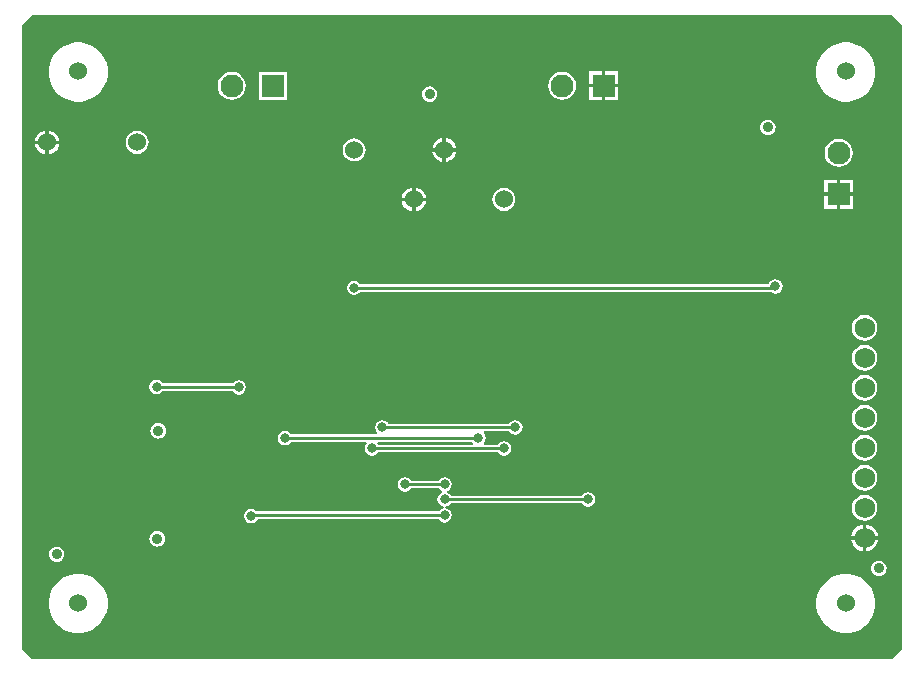
<source format=gbl>
G04*
G04 #@! TF.GenerationSoftware,Altium Limited,Altium Designer,19.1.5 (86)*
G04*
G04 Layer_Physical_Order=2*
G04 Layer_Color=16711680*
%FSLAX25Y25*%
%MOIN*%
G70*
G01*
G75*
%ADD12C,0.01000*%
%ADD40C,0.06000*%
%ADD41C,0.07677*%
%ADD42R,0.07677X0.07677*%
%ADD43R,0.07677X0.07677*%
%ADD44C,0.06890*%
%ADD45C,0.03543*%
%ADD46C,0.03150*%
G36*
X648587Y503515D02*
Y295698D01*
X645247Y292358D01*
X358690D01*
X355350Y295698D01*
Y503515D01*
X358690Y506854D01*
X645247D01*
X648587Y503515D01*
D02*
G37*
%LPC*%
G36*
X554051Y488303D02*
X549813D01*
Y484064D01*
X554051D01*
Y488303D01*
D02*
G37*
G36*
X548613D02*
X544374D01*
Y484064D01*
X548613D01*
Y488303D01*
D02*
G37*
G36*
X443615Y488103D02*
X434338D01*
Y478826D01*
X443615D01*
Y488103D01*
D02*
G37*
G36*
X535433Y488143D02*
X534222Y487984D01*
X533094Y487516D01*
X532125Y486773D01*
X531381Y485804D01*
X530914Y484676D01*
X530755Y483465D01*
X530914Y482254D01*
X531381Y481125D01*
X532125Y480156D01*
X533094Y479413D01*
X534222Y478945D01*
X535433Y478786D01*
X536644Y478945D01*
X537772Y479413D01*
X538741Y480156D01*
X539485Y481125D01*
X539952Y482254D01*
X540112Y483465D01*
X539952Y484676D01*
X539485Y485804D01*
X538741Y486773D01*
X537772Y487516D01*
X536644Y487984D01*
X535433Y488143D01*
D02*
G37*
G36*
X425197Y488143D02*
X423986Y487984D01*
X422858Y487516D01*
X421889Y486773D01*
X421145Y485804D01*
X420678Y484676D01*
X420518Y483465D01*
X420678Y482254D01*
X421145Y481125D01*
X421889Y480156D01*
X422858Y479413D01*
X423986Y478945D01*
X425197Y478786D01*
X426408Y478945D01*
X427536Y479413D01*
X428505Y480156D01*
X429249Y481125D01*
X429716Y482254D01*
X429876Y483465D01*
X429716Y484676D01*
X429249Y485804D01*
X428505Y486773D01*
X427536Y487516D01*
X426408Y487984D01*
X425197Y488143D01*
D02*
G37*
G36*
X554051Y482865D02*
X549813D01*
Y478626D01*
X554051D01*
Y482865D01*
D02*
G37*
G36*
X548613D02*
X544374D01*
Y478626D01*
X548613D01*
Y482865D01*
D02*
G37*
G36*
X630939Y497842D02*
X629000D01*
X627099Y497464D01*
X625307Y496722D01*
X623695Y495645D01*
X622324Y494274D01*
X621247Y492662D01*
X620505Y490871D01*
X620127Y488969D01*
Y487031D01*
X620505Y485129D01*
X621247Y483338D01*
X622324Y481726D01*
X623695Y480355D01*
X625307Y479278D01*
X627099Y478536D01*
X629000Y478157D01*
X630939D01*
X632840Y478536D01*
X634632Y479278D01*
X636244Y480355D01*
X637615Y481726D01*
X638692Y483338D01*
X639434Y485129D01*
X639812Y487031D01*
Y488969D01*
X639434Y490871D01*
X638692Y492662D01*
X637615Y494274D01*
X636244Y495645D01*
X634632Y496722D01*
X632840Y497464D01*
X630939Y497842D01*
D02*
G37*
G36*
X375033D02*
X373095D01*
X371193Y497464D01*
X369402Y496722D01*
X367790Y495645D01*
X366419Y494274D01*
X365342Y492662D01*
X364600Y490871D01*
X364222Y488969D01*
Y487031D01*
X364600Y485129D01*
X365342Y483338D01*
X366419Y481726D01*
X367790Y480355D01*
X369402Y479278D01*
X371193Y478536D01*
X373095Y478157D01*
X375033D01*
X376935Y478536D01*
X378726Y479278D01*
X380338Y480355D01*
X381709Y481726D01*
X382786Y483338D01*
X383528Y485129D01*
X383907Y487031D01*
Y488969D01*
X383528Y490871D01*
X382786Y492662D01*
X381709Y494274D01*
X380338Y495645D01*
X378726Y496722D01*
X376935Y497464D01*
X375033Y497842D01*
D02*
G37*
G36*
X491200Y483194D02*
X490529Y483106D01*
X489903Y482846D01*
X489366Y482434D01*
X488954Y481897D01*
X488694Y481271D01*
X488606Y480600D01*
X488694Y479929D01*
X488954Y479303D01*
X489366Y478766D01*
X489903Y478354D01*
X490529Y478094D01*
X491200Y478006D01*
X491871Y478094D01*
X492497Y478354D01*
X493034Y478766D01*
X493446Y479303D01*
X493706Y479929D01*
X493794Y480600D01*
X493706Y481271D01*
X493446Y481897D01*
X493034Y482434D01*
X492497Y482846D01*
X491871Y483106D01*
X491200Y483194D01*
D02*
G37*
G36*
X604000Y472094D02*
X603329Y472006D01*
X602703Y471746D01*
X602166Y471334D01*
X601754Y470797D01*
X601495Y470171D01*
X601406Y469500D01*
X601495Y468829D01*
X601754Y468203D01*
X602166Y467666D01*
X602703Y467254D01*
X603329Y466994D01*
X604000Y466906D01*
X604671Y466994D01*
X605297Y467254D01*
X605834Y467666D01*
X606246Y468203D01*
X606505Y468829D01*
X606594Y469500D01*
X606505Y470171D01*
X606246Y470797D01*
X605834Y471334D01*
X605297Y471746D01*
X604671Y472006D01*
X604000Y472094D01*
D02*
G37*
G36*
X364301Y468456D02*
Y465100D01*
X367656D01*
X367598Y465544D01*
X367195Y466517D01*
X366554Y467353D01*
X365718Y467994D01*
X364745Y468397D01*
X364301Y468456D01*
D02*
G37*
G36*
X363101D02*
X362657Y468397D01*
X361684Y467994D01*
X360848Y467353D01*
X360207Y466517D01*
X359804Y465544D01*
X359745Y465100D01*
X363101D01*
Y468456D01*
D02*
G37*
G36*
X496700Y465955D02*
Y462600D01*
X500056D01*
X499997Y463044D01*
X499594Y464017D01*
X498953Y464853D01*
X498117Y465494D01*
X497144Y465897D01*
X496700Y465955D01*
D02*
G37*
G36*
X495500D02*
X495056Y465897D01*
X494083Y465494D01*
X493247Y464853D01*
X492606Y464017D01*
X492203Y463044D01*
X492144Y462600D01*
X495500D01*
Y465955D01*
D02*
G37*
G36*
X393701Y468333D02*
X392709Y468202D01*
X391784Y467819D01*
X390991Y467210D01*
X390382Y466416D01*
X389999Y465492D01*
X389868Y464500D01*
X389999Y463508D01*
X390382Y462584D01*
X390991Y461790D01*
X391784Y461181D01*
X392709Y460798D01*
X393701Y460667D01*
X394693Y460798D01*
X395617Y461181D01*
X396411Y461790D01*
X397020Y462584D01*
X397403Y463508D01*
X397534Y464500D01*
X397403Y465492D01*
X397020Y466416D01*
X396411Y467210D01*
X395617Y467819D01*
X394693Y468202D01*
X393701Y468333D01*
D02*
G37*
G36*
X367656Y463900D02*
X364301D01*
Y460544D01*
X364745Y460603D01*
X365718Y461006D01*
X366554Y461647D01*
X367195Y462483D01*
X367598Y463456D01*
X367656Y463900D01*
D02*
G37*
G36*
X363101D02*
X359745D01*
X359804Y463456D01*
X360207Y462483D01*
X360848Y461647D01*
X361684Y461006D01*
X362657Y460603D01*
X363101Y460544D01*
Y463900D01*
D02*
G37*
G36*
X466100Y465833D02*
X465108Y465702D01*
X464184Y465319D01*
X463390Y464710D01*
X462781Y463916D01*
X462398Y462992D01*
X462267Y462000D01*
X462398Y461008D01*
X462781Y460084D01*
X463390Y459290D01*
X464184Y458681D01*
X465108Y458298D01*
X466100Y458167D01*
X467092Y458298D01*
X468016Y458681D01*
X468810Y459290D01*
X469419Y460084D01*
X469802Y461008D01*
X469933Y462000D01*
X469802Y462992D01*
X469419Y463916D01*
X468810Y464710D01*
X468016Y465319D01*
X467092Y465702D01*
X466100Y465833D01*
D02*
G37*
G36*
X500056Y461400D02*
X496700D01*
Y458044D01*
X497144Y458103D01*
X498117Y458506D01*
X498953Y459147D01*
X499594Y459983D01*
X499997Y460956D01*
X500056Y461400D01*
D02*
G37*
G36*
X495500D02*
X492144D01*
X492203Y460956D01*
X492606Y459983D01*
X493247Y459147D01*
X494083Y458506D01*
X495056Y458103D01*
X495500Y458044D01*
Y461400D01*
D02*
G37*
G36*
X627559Y465702D02*
X626348Y465543D01*
X625220Y465075D01*
X624251Y464332D01*
X623507Y463363D01*
X623040Y462234D01*
X622881Y461024D01*
X623040Y459813D01*
X623507Y458684D01*
X624251Y457715D01*
X625220Y456972D01*
X626348Y456504D01*
X627559Y456345D01*
X628770Y456504D01*
X629898Y456972D01*
X630867Y457715D01*
X631611Y458684D01*
X632078Y459813D01*
X632238Y461024D01*
X632078Y462234D01*
X631611Y463363D01*
X630867Y464332D01*
X629898Y465075D01*
X628770Y465543D01*
X627559Y465702D01*
D02*
G37*
G36*
X632398Y452083D02*
X628159D01*
Y447844D01*
X632398D01*
Y452083D01*
D02*
G37*
G36*
X626959D02*
X622720D01*
Y447844D01*
X626959D01*
Y452083D01*
D02*
G37*
G36*
X486600Y449455D02*
Y446100D01*
X489956D01*
X489897Y446544D01*
X489494Y447517D01*
X488853Y448353D01*
X488017Y448994D01*
X487044Y449397D01*
X486600Y449455D01*
D02*
G37*
G36*
X485400D02*
X484956Y449397D01*
X483983Y448994D01*
X483147Y448353D01*
X482506Y447517D01*
X482103Y446544D01*
X482045Y446100D01*
X485400D01*
Y449455D01*
D02*
G37*
G36*
X632398Y446644D02*
X628159D01*
Y442406D01*
X632398D01*
Y446644D01*
D02*
G37*
G36*
X626959D02*
X622720D01*
Y442406D01*
X626959D01*
Y446644D01*
D02*
G37*
G36*
X516000Y449333D02*
X515008Y449202D01*
X514084Y448819D01*
X513290Y448210D01*
X512681Y447416D01*
X512298Y446492D01*
X512167Y445500D01*
X512298Y444508D01*
X512681Y443584D01*
X513290Y442790D01*
X514084Y442181D01*
X515008Y441798D01*
X516000Y441667D01*
X516992Y441798D01*
X517916Y442181D01*
X518710Y442790D01*
X519319Y443584D01*
X519702Y444508D01*
X519833Y445500D01*
X519702Y446492D01*
X519319Y447416D01*
X518710Y448210D01*
X517916Y448819D01*
X516992Y449202D01*
X516000Y449333D01*
D02*
G37*
G36*
X489956Y444900D02*
X486600D01*
Y441544D01*
X487044Y441603D01*
X488017Y442006D01*
X488853Y442647D01*
X489494Y443483D01*
X489897Y444456D01*
X489956Y444900D01*
D02*
G37*
G36*
X485400D02*
X482045D01*
X482103Y444456D01*
X482506Y443483D01*
X483147Y442647D01*
X483983Y442006D01*
X484956Y441603D01*
X485400Y441544D01*
Y444900D01*
D02*
G37*
G36*
X606500Y418921D02*
X605573Y418737D01*
X604788Y418212D01*
X604263Y417427D01*
X604256Y417392D01*
X468063D01*
X467804Y417779D01*
X467019Y418304D01*
X466092Y418488D01*
X465166Y418304D01*
X464380Y417779D01*
X463855Y416994D01*
X463671Y416067D01*
X463855Y415140D01*
X464380Y414355D01*
X465166Y413830D01*
X466092Y413646D01*
X467019Y413830D01*
X467804Y414355D01*
X468063Y414741D01*
X604857D01*
X605573Y414263D01*
X606500Y414079D01*
X607427Y414263D01*
X608212Y414788D01*
X608737Y415573D01*
X608921Y416500D01*
X608737Y417427D01*
X608212Y418212D01*
X607427Y418737D01*
X606500Y418921D01*
D02*
G37*
G36*
X636221Y406974D02*
X635112Y406828D01*
X634080Y406401D01*
X633193Y405720D01*
X632513Y404834D01*
X632085Y403801D01*
X631939Y402693D01*
X632085Y401585D01*
X632513Y400552D01*
X633193Y399665D01*
X634080Y398985D01*
X635112Y398557D01*
X636221Y398411D01*
X637329Y398557D01*
X638361Y398985D01*
X639248Y399665D01*
X639928Y400552D01*
X640356Y401585D01*
X640502Y402693D01*
X640356Y403801D01*
X639928Y404834D01*
X639248Y405720D01*
X638361Y406401D01*
X637329Y406828D01*
X636221Y406974D01*
D02*
G37*
G36*
Y396974D02*
X635112Y396829D01*
X634080Y396401D01*
X633193Y395720D01*
X632513Y394834D01*
X632085Y393801D01*
X631939Y392693D01*
X632085Y391585D01*
X632513Y390552D01*
X633193Y389665D01*
X634080Y388985D01*
X635112Y388557D01*
X636221Y388411D01*
X637329Y388557D01*
X638361Y388985D01*
X639248Y389665D01*
X639928Y390552D01*
X640356Y391585D01*
X640502Y392693D01*
X640356Y393801D01*
X639928Y394834D01*
X639248Y395720D01*
X638361Y396401D01*
X637329Y396829D01*
X636221Y396974D01*
D02*
G37*
G36*
X400188Y385356D02*
X399261Y385171D01*
X398476Y384647D01*
X397951Y383861D01*
X397766Y382934D01*
X397951Y382008D01*
X398476Y381222D01*
X399261Y380697D01*
X400188Y380513D01*
X401114Y380697D01*
X401900Y381222D01*
X402135Y381575D01*
X425630D01*
X425888Y381188D01*
X426673Y380663D01*
X427600Y380479D01*
X428527Y380663D01*
X429312Y381188D01*
X429837Y381973D01*
X430021Y382900D01*
X429837Y383827D01*
X429312Y384612D01*
X428527Y385137D01*
X427600Y385321D01*
X426673Y385137D01*
X425888Y384612D01*
X425630Y384226D01*
X402181D01*
X401900Y384647D01*
X401114Y385171D01*
X400188Y385356D01*
D02*
G37*
G36*
X636221Y386974D02*
X635112Y386828D01*
X634080Y386401D01*
X633193Y385720D01*
X632513Y384834D01*
X632085Y383801D01*
X631939Y382693D01*
X632085Y381585D01*
X632513Y380552D01*
X633193Y379665D01*
X634080Y378985D01*
X635112Y378557D01*
X636221Y378411D01*
X637329Y378557D01*
X638361Y378985D01*
X639248Y379665D01*
X639928Y380552D01*
X640356Y381585D01*
X640502Y382693D01*
X640356Y383801D01*
X639928Y384834D01*
X639248Y385720D01*
X638361Y386401D01*
X637329Y386828D01*
X636221Y386974D01*
D02*
G37*
G36*
X519800Y371921D02*
X518873Y371737D01*
X518088Y371212D01*
X517830Y370826D01*
X477470D01*
X477212Y371212D01*
X476427Y371737D01*
X475500Y371921D01*
X474573Y371737D01*
X473788Y371212D01*
X473263Y370427D01*
X473079Y369500D01*
X473263Y368573D01*
X473763Y367826D01*
X473651Y367336D01*
X473648Y367325D01*
X444971D01*
X444712Y367712D01*
X443927Y368237D01*
X443000Y368421D01*
X442073Y368237D01*
X441288Y367712D01*
X440763Y366927D01*
X440579Y366000D01*
X440763Y365073D01*
X441288Y364288D01*
X442073Y363763D01*
X443000Y363579D01*
X443927Y363763D01*
X444712Y364288D01*
X444971Y364674D01*
X470148D01*
X470151Y364664D01*
X470263Y364175D01*
X469763Y363427D01*
X469579Y362500D01*
X469763Y361573D01*
X470288Y360788D01*
X471073Y360263D01*
X472000Y360079D01*
X472927Y360263D01*
X473712Y360788D01*
X473971Y361175D01*
X514030D01*
X514288Y360788D01*
X515073Y360263D01*
X516000Y360079D01*
X516927Y360263D01*
X517712Y360788D01*
X518237Y361573D01*
X518421Y362500D01*
X518237Y363427D01*
X517712Y364212D01*
X516927Y364737D01*
X516000Y364921D01*
X515073Y364737D01*
X514288Y364212D01*
X514030Y363825D01*
X509352D01*
X509349Y363836D01*
X509237Y364325D01*
X509737Y365073D01*
X509921Y366000D01*
X509737Y366927D01*
X509237Y367674D01*
X509349Y368164D01*
X509352Y368175D01*
X517830D01*
X518088Y367788D01*
X518873Y367263D01*
X519800Y367079D01*
X520727Y367263D01*
X521512Y367788D01*
X522037Y368573D01*
X522221Y369500D01*
X522037Y370427D01*
X521512Y371212D01*
X520727Y371737D01*
X519800Y371921D01*
D02*
G37*
G36*
X636221Y376974D02*
X635112Y376829D01*
X634080Y376401D01*
X633193Y375720D01*
X632513Y374834D01*
X632085Y373801D01*
X631939Y372693D01*
X632085Y371585D01*
X632513Y370552D01*
X633193Y369665D01*
X634080Y368985D01*
X635112Y368557D01*
X636221Y368411D01*
X637329Y368557D01*
X638361Y368985D01*
X639248Y369665D01*
X639928Y370552D01*
X640356Y371585D01*
X640502Y372693D01*
X640356Y373801D01*
X639928Y374834D01*
X639248Y375720D01*
X638361Y376401D01*
X637329Y376829D01*
X636221Y376974D01*
D02*
G37*
G36*
X400700Y370994D02*
X400029Y370905D01*
X399403Y370646D01*
X398866Y370234D01*
X398454Y369697D01*
X398195Y369071D01*
X398106Y368400D01*
X398195Y367729D01*
X398454Y367103D01*
X398866Y366566D01*
X399403Y366154D01*
X400029Y365895D01*
X400700Y365806D01*
X401371Y365895D01*
X401997Y366154D01*
X402534Y366566D01*
X402946Y367103D01*
X403205Y367729D01*
X403294Y368400D01*
X403205Y369071D01*
X402946Y369697D01*
X402534Y370234D01*
X401997Y370646D01*
X401371Y370905D01*
X400700Y370994D01*
D02*
G37*
G36*
X636221Y366974D02*
X635112Y366828D01*
X634080Y366401D01*
X633193Y365720D01*
X632513Y364834D01*
X632085Y363801D01*
X631939Y362693D01*
X632085Y361585D01*
X632513Y360552D01*
X633193Y359665D01*
X634080Y358985D01*
X635112Y358557D01*
X636221Y358411D01*
X637329Y358557D01*
X638361Y358985D01*
X639248Y359665D01*
X639928Y360552D01*
X640356Y361585D01*
X640502Y362693D01*
X640356Y363801D01*
X639928Y364834D01*
X639248Y365720D01*
X638361Y366401D01*
X637329Y366828D01*
X636221Y366974D01*
D02*
G37*
G36*
X496250Y352921D02*
X495323Y352737D01*
X494538Y352212D01*
X494279Y351825D01*
X484971D01*
X484712Y352212D01*
X483927Y352737D01*
X483000Y352921D01*
X482073Y352737D01*
X481288Y352212D01*
X480763Y351427D01*
X480579Y350500D01*
X480763Y349573D01*
X481288Y348788D01*
X482073Y348263D01*
X483000Y348079D01*
X483927Y348263D01*
X484712Y348788D01*
X484971Y349174D01*
X494279D01*
X494538Y348788D01*
X495323Y348263D01*
X495364Y348255D01*
Y347745D01*
X495323Y347737D01*
X494538Y347212D01*
X494013Y346427D01*
X493829Y345500D01*
X494013Y344573D01*
X494538Y343788D01*
X495323Y343263D01*
X495986Y343131D01*
X496008Y343127D01*
Y342617D01*
X495985Y342612D01*
X495316Y342479D01*
X494530Y341954D01*
X494272Y341568D01*
X433576D01*
X433480Y341712D01*
X432694Y342237D01*
X431768Y342421D01*
X430841Y342237D01*
X430056Y341712D01*
X429531Y340927D01*
X429346Y340000D01*
X429531Y339073D01*
X430056Y338288D01*
X430841Y337763D01*
X431768Y337579D01*
X432694Y337763D01*
X433480Y338288D01*
X433900Y338917D01*
X494272D01*
X494530Y338530D01*
X495316Y338005D01*
X496242Y337821D01*
X497169Y338005D01*
X497954Y338530D01*
X498479Y339316D01*
X498664Y340242D01*
X498479Y341169D01*
X497954Y341954D01*
X497169Y342479D01*
X496506Y342611D01*
X496484Y342615D01*
Y343125D01*
X496507Y343130D01*
X497177Y343263D01*
X497962Y343788D01*
X498220Y344175D01*
X542029D01*
X542288Y343788D01*
X543073Y343263D01*
X544000Y343079D01*
X544927Y343263D01*
X545712Y343788D01*
X546237Y344573D01*
X546421Y345500D01*
X546237Y346427D01*
X545712Y347212D01*
X544927Y347737D01*
X544000Y347921D01*
X543073Y347737D01*
X542288Y347212D01*
X542029Y346826D01*
X498220D01*
X497962Y347212D01*
X497177Y347737D01*
X497136Y347745D01*
Y348255D01*
X497177Y348263D01*
X497962Y348788D01*
X498487Y349573D01*
X498671Y350500D01*
X498487Y351427D01*
X497962Y352212D01*
X497177Y352737D01*
X496250Y352921D01*
D02*
G37*
G36*
X636221Y356974D02*
X635112Y356828D01*
X634080Y356401D01*
X633193Y355720D01*
X632513Y354834D01*
X632085Y353801D01*
X631939Y352693D01*
X632085Y351585D01*
X632513Y350552D01*
X633193Y349665D01*
X634080Y348985D01*
X635112Y348557D01*
X636221Y348411D01*
X637329Y348557D01*
X638361Y348985D01*
X639248Y349665D01*
X639928Y350552D01*
X640356Y351585D01*
X640502Y352693D01*
X640356Y353801D01*
X639928Y354834D01*
X639248Y355720D01*
X638361Y356401D01*
X637329Y356828D01*
X636221Y356974D01*
D02*
G37*
G36*
Y346974D02*
X635112Y346829D01*
X634080Y346401D01*
X633193Y345720D01*
X632513Y344834D01*
X632085Y343801D01*
X631939Y342693D01*
X632085Y341585D01*
X632513Y340552D01*
X633193Y339665D01*
X634080Y338985D01*
X635112Y338557D01*
X636221Y338411D01*
X637329Y338557D01*
X638361Y338985D01*
X639248Y339665D01*
X639928Y340552D01*
X640356Y341585D01*
X640502Y342693D01*
X640356Y343801D01*
X639928Y344834D01*
X639248Y345720D01*
X638361Y346401D01*
X637329Y346829D01*
X636221Y346974D01*
D02*
G37*
G36*
X636821Y337097D02*
Y333293D01*
X640625D01*
X640551Y333853D01*
X640103Y334934D01*
X639391Y335863D01*
X638462Y336576D01*
X637381Y337023D01*
X636821Y337097D01*
D02*
G37*
G36*
X635620D02*
X635060Y337023D01*
X633979Y336576D01*
X633050Y335863D01*
X632338Y334934D01*
X631890Y333853D01*
X631816Y333293D01*
X635620D01*
Y337097D01*
D02*
G37*
G36*
X400400Y334994D02*
X399729Y334906D01*
X399103Y334646D01*
X398566Y334234D01*
X398154Y333697D01*
X397895Y333071D01*
X397806Y332400D01*
X397895Y331729D01*
X398154Y331103D01*
X398566Y330566D01*
X399103Y330154D01*
X399729Y329894D01*
X400400Y329806D01*
X401071Y329894D01*
X401697Y330154D01*
X402234Y330566D01*
X402646Y331103D01*
X402906Y331729D01*
X402994Y332400D01*
X402906Y333071D01*
X402646Y333697D01*
X402234Y334234D01*
X401697Y334646D01*
X401071Y334906D01*
X400400Y334994D01*
D02*
G37*
G36*
X635620Y332093D02*
X631816D01*
X631890Y331533D01*
X632338Y330451D01*
X633050Y329523D01*
X633979Y328810D01*
X635060Y328362D01*
X635620Y328289D01*
Y332093D01*
D02*
G37*
G36*
X640625D02*
X636821D01*
Y328289D01*
X637381Y328362D01*
X638462Y328810D01*
X639391Y329523D01*
X640103Y330451D01*
X640551Y331533D01*
X640625Y332093D01*
D02*
G37*
G36*
X366900Y329794D02*
X366229Y329706D01*
X365603Y329446D01*
X365066Y329034D01*
X364654Y328497D01*
X364394Y327871D01*
X364306Y327200D01*
X364394Y326529D01*
X364654Y325903D01*
X365066Y325366D01*
X365603Y324954D01*
X366229Y324694D01*
X366900Y324606D01*
X367571Y324694D01*
X368197Y324954D01*
X368734Y325366D01*
X369146Y325903D01*
X369406Y326529D01*
X369494Y327200D01*
X369406Y327871D01*
X369146Y328497D01*
X368734Y329034D01*
X368197Y329446D01*
X367571Y329706D01*
X366900Y329794D01*
D02*
G37*
G36*
X641000Y325094D02*
X640329Y325006D01*
X639703Y324746D01*
X639166Y324334D01*
X638754Y323797D01*
X638494Y323171D01*
X638406Y322500D01*
X638494Y321829D01*
X638754Y321203D01*
X639166Y320666D01*
X639703Y320254D01*
X640329Y319994D01*
X641000Y319906D01*
X641671Y319994D01*
X642297Y320254D01*
X642834Y320666D01*
X643246Y321203D01*
X643505Y321829D01*
X643594Y322500D01*
X643505Y323171D01*
X643246Y323797D01*
X642834Y324334D01*
X642297Y324746D01*
X641671Y325006D01*
X641000Y325094D01*
D02*
G37*
G36*
X630939Y320677D02*
X629000D01*
X627099Y320299D01*
X625307Y319557D01*
X623695Y318480D01*
X622324Y317109D01*
X621247Y315497D01*
X620505Y313705D01*
X620127Y311804D01*
Y309865D01*
X620505Y307963D01*
X621247Y306172D01*
X622324Y304560D01*
X623695Y303189D01*
X625307Y302112D01*
X627099Y301370D01*
X629000Y300992D01*
X630939D01*
X632840Y301370D01*
X634632Y302112D01*
X636244Y303189D01*
X637615Y304560D01*
X638692Y306172D01*
X639434Y307963D01*
X639812Y309865D01*
Y311804D01*
X639434Y313705D01*
X638692Y315497D01*
X637615Y317109D01*
X636244Y318480D01*
X634632Y319557D01*
X632840Y320299D01*
X630939Y320677D01*
D02*
G37*
G36*
X375033D02*
X373095D01*
X371193Y320299D01*
X369402Y319557D01*
X367790Y318480D01*
X366419Y317109D01*
X365342Y315497D01*
X364600Y313705D01*
X364222Y311804D01*
Y309865D01*
X364600Y307963D01*
X365342Y306172D01*
X366419Y304560D01*
X367790Y303189D01*
X369402Y302112D01*
X371193Y301370D01*
X373095Y300992D01*
X375033D01*
X376935Y301370D01*
X378726Y302112D01*
X380338Y303189D01*
X381709Y304560D01*
X382786Y306172D01*
X383528Y307963D01*
X383907Y309865D01*
Y311804D01*
X383528Y313705D01*
X382786Y315497D01*
X381709Y317109D01*
X380338Y318480D01*
X378726Y319557D01*
X376935Y320299D01*
X375033Y320677D01*
D02*
G37*
%LPD*%
G36*
X505730Y364292D02*
X505585Y363825D01*
X474056D01*
X473770Y364209D01*
X473915Y364674D01*
X505444D01*
X505730Y364292D01*
D02*
G37*
D12*
X472000Y362500D02*
X516000D01*
X443000Y366000D02*
X507500D01*
X475500Y369500D02*
X519800D01*
X400222Y382900D02*
X427600D01*
X400188Y382934D02*
X400222Y382900D01*
X432010Y340242D02*
X496242D01*
X431768Y340000D02*
X432010Y340242D01*
X496250Y345500D02*
X544000D01*
X483000Y350500D02*
X496250D01*
X466092Y416067D02*
X606067D01*
X465748D02*
X466092D01*
X606067D02*
X606500Y416500D01*
D40*
X629921Y488189D02*
D03*
X374016D02*
D03*
X374016Y311024D02*
D03*
X363701Y464500D02*
D03*
X393701D02*
D03*
X496100Y462000D02*
D03*
X466100D02*
D03*
X516000Y445500D02*
D03*
X486000D02*
D03*
X629921Y311024D02*
D03*
D41*
X425197Y483465D02*
D03*
X535433Y483465D02*
D03*
X627559Y461024D02*
D03*
D42*
X438976Y483465D02*
D03*
X549213Y483465D02*
D03*
D43*
X627559Y447244D02*
D03*
D44*
X636221Y352693D02*
D03*
Y402693D02*
D03*
Y392693D02*
D03*
Y372693D02*
D03*
Y382693D02*
D03*
Y362693D02*
D03*
Y342693D02*
D03*
Y332693D02*
D03*
D45*
X604000Y469500D02*
D03*
X382000Y350500D02*
D03*
X400700Y368400D02*
D03*
X400400Y332400D02*
D03*
X366900Y327200D02*
D03*
X641000Y322500D02*
D03*
X491200Y480600D02*
D03*
X604000Y439000D02*
D03*
X575000Y427500D02*
D03*
X604000Y453800D02*
D03*
X387169Y300000D02*
D03*
X619000Y322500D02*
D03*
X506500Y312000D02*
D03*
X495500Y316500D02*
D03*
Y323500D02*
D03*
Y330500D02*
D03*
X530500Y372693D02*
D03*
X539951Y376000D02*
D03*
X530500Y364000D02*
D03*
X579000Y365000D02*
D03*
Y372622D02*
D03*
Y348000D02*
D03*
Y340000D02*
D03*
Y323500D02*
D03*
Y315500D02*
D03*
X383300Y414000D02*
D03*
Y395034D02*
D03*
X565000Y471000D02*
D03*
Y498000D02*
D03*
Y483465D02*
D03*
X640500Y427500D02*
D03*
X627559Y427000D02*
D03*
X614500D02*
D03*
X491500Y435236D02*
D03*
X500600Y455300D02*
D03*
X454000Y453386D02*
D03*
X532900Y428900D02*
D03*
X524100Y437600D02*
D03*
X480000Y454500D02*
D03*
X446500Y435482D02*
D03*
X388700Y445500D02*
D03*
X405500D02*
D03*
X397500Y440200D02*
D03*
X412000Y434500D02*
D03*
X422342Y350500D02*
D03*
X463500Y309500D02*
D03*
X432342Y319000D02*
D03*
X424000Y308661D02*
D03*
X432342Y362000D02*
D03*
X465748D02*
D03*
X459000D02*
D03*
X410500Y394837D02*
D03*
X415500Y378700D02*
D03*
X422342D02*
D03*
X449000Y382000D02*
D03*
X442256D02*
D03*
X410500Y414000D02*
D03*
X415500Y421000D02*
D03*
X421449Y421158D02*
D03*
X427343D02*
D03*
X465748Y408000D02*
D03*
X475500Y400295D02*
D03*
X491500Y394000D02*
D03*
X497500Y409842D02*
D03*
X491500Y401968D02*
D03*
X555500Y410500D02*
D03*
X550000Y394000D02*
D03*
Y402181D02*
D03*
D46*
X516000Y362500D02*
D03*
X472000D02*
D03*
X507500Y366000D02*
D03*
X519800Y369500D02*
D03*
X400188Y382934D02*
D03*
X496242Y340242D02*
D03*
X496250Y345500D02*
D03*
Y350500D02*
D03*
X483000D02*
D03*
X427600Y382900D02*
D03*
X606500Y416500D02*
D03*
X466092Y416067D02*
D03*
X544000Y345500D02*
D03*
X475500Y369500D02*
D03*
X443000Y366000D02*
D03*
X431768Y340000D02*
D03*
M02*

</source>
